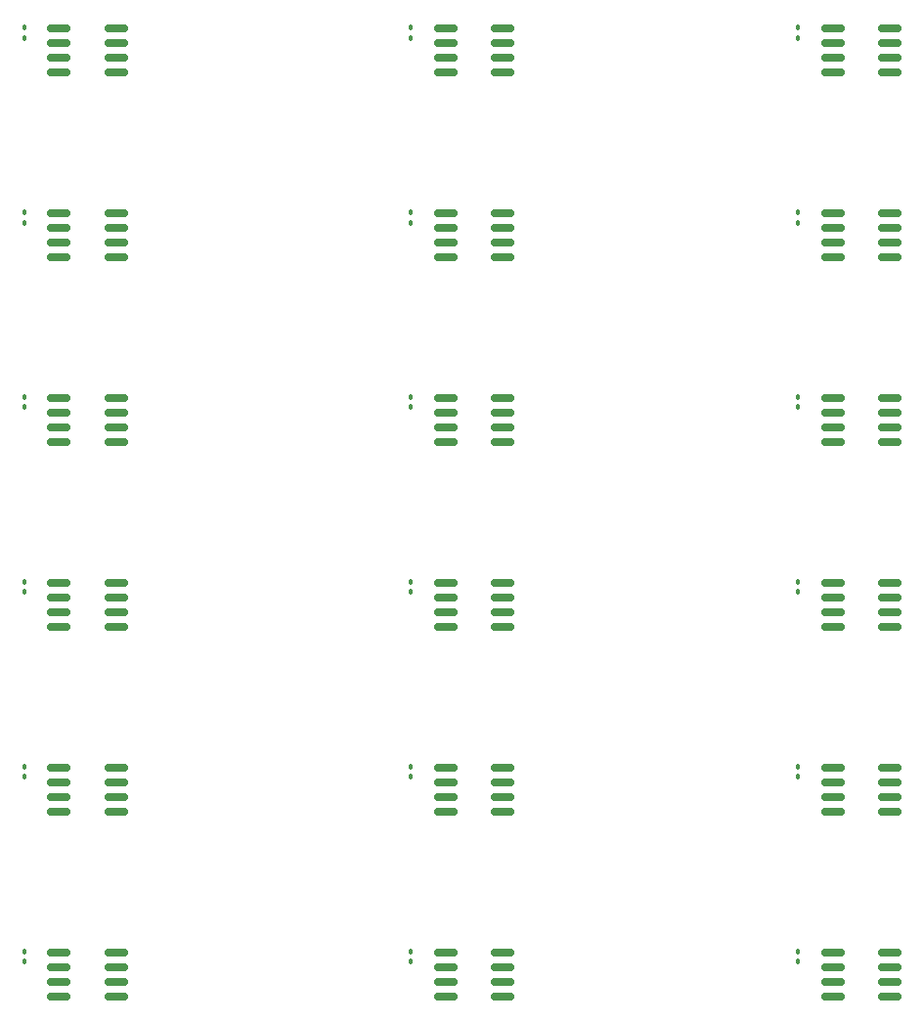
<source format=gbr>
%TF.GenerationSoftware,KiCad,Pcbnew,8.0.1*%
%TF.CreationDate,2024-04-28T15:40:33+08:00*%
%TF.ProjectId,pinban,70696e62-616e-42e6-9b69-6361645f7063,rev?*%
%TF.SameCoordinates,Original*%
%TF.FileFunction,Paste,Top*%
%TF.FilePolarity,Positive*%
%FSLAX46Y46*%
G04 Gerber Fmt 4.6, Leading zero omitted, Abs format (unit mm)*
G04 Created by KiCad (PCBNEW 8.0.1) date 2024-04-28 15:40:33*
%MOMM*%
%LPD*%
G01*
G04 APERTURE LIST*
G04 Aperture macros list*
%AMRoundRect*
0 Rectangle with rounded corners*
0 $1 Rounding radius*
0 $2 $3 $4 $5 $6 $7 $8 $9 X,Y pos of 4 corners*
0 Add a 4 corners polygon primitive as box body*
4,1,4,$2,$3,$4,$5,$6,$7,$8,$9,$2,$3,0*
0 Add four circle primitives for the rounded corners*
1,1,$1+$1,$2,$3*
1,1,$1+$1,$4,$5*
1,1,$1+$1,$6,$7*
1,1,$1+$1,$8,$9*
0 Add four rect primitives between the rounded corners*
20,1,$1+$1,$2,$3,$4,$5,0*
20,1,$1+$1,$4,$5,$6,$7,0*
20,1,$1+$1,$6,$7,$8,$9,0*
20,1,$1+$1,$8,$9,$2,$3,0*%
G04 Aperture macros list end*
%ADD10RoundRect,0.090000X-0.090000X0.139000X-0.090000X-0.139000X0.090000X-0.139000X0.090000X0.139000X0*%
%ADD11RoundRect,0.150000X-0.825000X-0.150000X0.825000X-0.150000X0.825000X0.150000X-0.825000X0.150000X0*%
G04 APERTURE END LIST*
D10*
X135750000Y-114067500D03*
X135750000Y-114932500D03*
D11*
X138775000Y-114095000D03*
X138775000Y-115365000D03*
X138775000Y-116635000D03*
X138775000Y-117905000D03*
X143725000Y-117905000D03*
X143725000Y-116635000D03*
X143725000Y-115365000D03*
X143725000Y-114095000D03*
D10*
X102250000Y-114067500D03*
X102250000Y-114932500D03*
D11*
X105275000Y-114095000D03*
X105275000Y-115365000D03*
X105275000Y-116635000D03*
X105275000Y-117905000D03*
X110225000Y-117905000D03*
X110225000Y-116635000D03*
X110225000Y-115365000D03*
X110225000Y-114095000D03*
D10*
X68750000Y-114067500D03*
X68750000Y-114932500D03*
D11*
X71775000Y-114095000D03*
X71775000Y-115365000D03*
X71775000Y-116635000D03*
X71775000Y-117905000D03*
X76725000Y-117905000D03*
X76725000Y-116635000D03*
X76725000Y-115365000D03*
X76725000Y-114095000D03*
D10*
X135750000Y-98067500D03*
X135750000Y-98932500D03*
D11*
X138775000Y-98095000D03*
X138775000Y-99365000D03*
X138775000Y-100635000D03*
X138775000Y-101905000D03*
X143725000Y-101905000D03*
X143725000Y-100635000D03*
X143725000Y-99365000D03*
X143725000Y-98095000D03*
D10*
X102250000Y-98067500D03*
X102250000Y-98932500D03*
D11*
X105275000Y-98095000D03*
X105275000Y-99365000D03*
X105275000Y-100635000D03*
X105275000Y-101905000D03*
X110225000Y-101905000D03*
X110225000Y-100635000D03*
X110225000Y-99365000D03*
X110225000Y-98095000D03*
D10*
X68750000Y-98067500D03*
X68750000Y-98932500D03*
D11*
X71775000Y-98095000D03*
X71775000Y-99365000D03*
X71775000Y-100635000D03*
X71775000Y-101905000D03*
X76725000Y-101905000D03*
X76725000Y-100635000D03*
X76725000Y-99365000D03*
X76725000Y-98095000D03*
D10*
X135750000Y-82067500D03*
X135750000Y-82932500D03*
D11*
X138775000Y-82095000D03*
X138775000Y-83365000D03*
X138775000Y-84635000D03*
X138775000Y-85905000D03*
X143725000Y-85905000D03*
X143725000Y-84635000D03*
X143725000Y-83365000D03*
X143725000Y-82095000D03*
D10*
X102250000Y-82067500D03*
X102250000Y-82932500D03*
D11*
X105275000Y-82095000D03*
X105275000Y-83365000D03*
X105275000Y-84635000D03*
X105275000Y-85905000D03*
X110225000Y-85905000D03*
X110225000Y-84635000D03*
X110225000Y-83365000D03*
X110225000Y-82095000D03*
D10*
X68750000Y-82067500D03*
X68750000Y-82932500D03*
D11*
X71775000Y-82095000D03*
X71775000Y-83365000D03*
X71775000Y-84635000D03*
X71775000Y-85905000D03*
X76725000Y-85905000D03*
X76725000Y-84635000D03*
X76725000Y-83365000D03*
X76725000Y-82095000D03*
D10*
X135750000Y-66067500D03*
X135750000Y-66932500D03*
D11*
X138775000Y-66095000D03*
X138775000Y-67365000D03*
X138775000Y-68635000D03*
X138775000Y-69905000D03*
X143725000Y-69905000D03*
X143725000Y-68635000D03*
X143725000Y-67365000D03*
X143725000Y-66095000D03*
D10*
X102250000Y-66067500D03*
X102250000Y-66932500D03*
D11*
X105275000Y-66095000D03*
X105275000Y-67365000D03*
X105275000Y-68635000D03*
X105275000Y-69905000D03*
X110225000Y-69905000D03*
X110225000Y-68635000D03*
X110225000Y-67365000D03*
X110225000Y-66095000D03*
D10*
X68750000Y-66067500D03*
X68750000Y-66932500D03*
D11*
X71775000Y-66095000D03*
X71775000Y-67365000D03*
X71775000Y-68635000D03*
X71775000Y-69905000D03*
X76725000Y-69905000D03*
X76725000Y-68635000D03*
X76725000Y-67365000D03*
X76725000Y-66095000D03*
D10*
X135750000Y-50067500D03*
X135750000Y-50932500D03*
D11*
X138775000Y-50095000D03*
X138775000Y-51365000D03*
X138775000Y-52635000D03*
X138775000Y-53905000D03*
X143725000Y-53905000D03*
X143725000Y-52635000D03*
X143725000Y-51365000D03*
X143725000Y-50095000D03*
D10*
X102250000Y-50067500D03*
X102250000Y-50932500D03*
D11*
X105275000Y-50095000D03*
X105275000Y-51365000D03*
X105275000Y-52635000D03*
X105275000Y-53905000D03*
X110225000Y-53905000D03*
X110225000Y-52635000D03*
X110225000Y-51365000D03*
X110225000Y-50095000D03*
D10*
X68750000Y-50067500D03*
X68750000Y-50932500D03*
D11*
X71775000Y-50095000D03*
X71775000Y-51365000D03*
X71775000Y-52635000D03*
X71775000Y-53905000D03*
X76725000Y-53905000D03*
X76725000Y-52635000D03*
X76725000Y-51365000D03*
X76725000Y-50095000D03*
D10*
X135750000Y-34067500D03*
X135750000Y-34932500D03*
D11*
X138775000Y-34095000D03*
X138775000Y-35365000D03*
X138775000Y-36635000D03*
X138775000Y-37905000D03*
X143725000Y-37905000D03*
X143725000Y-36635000D03*
X143725000Y-35365000D03*
X143725000Y-34095000D03*
D10*
X102250000Y-34067500D03*
X102250000Y-34932500D03*
D11*
X105275000Y-34095000D03*
X105275000Y-35365000D03*
X105275000Y-36635000D03*
X105275000Y-37905000D03*
X110225000Y-37905000D03*
X110225000Y-36635000D03*
X110225000Y-35365000D03*
X110225000Y-34095000D03*
X71775000Y-34095000D03*
X71775000Y-35365000D03*
X71775000Y-36635000D03*
X71775000Y-37905000D03*
X76725000Y-37905000D03*
X76725000Y-36635000D03*
X76725000Y-35365000D03*
X76725000Y-34095000D03*
D10*
X68750000Y-34067500D03*
X68750000Y-34932500D03*
M02*

</source>
